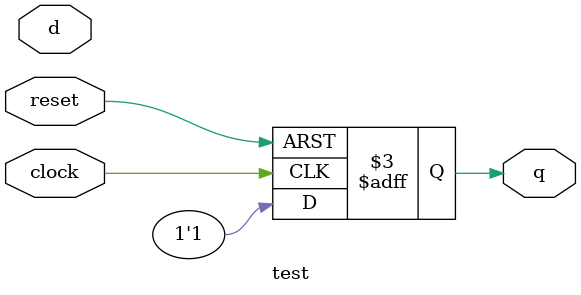
<source format=v>
module test (q, clock, reset, d);
  output q;
  input clock, reset, d;
  reg q;
  wire clock, reset, d;
  always @(posedge clock or negedge reset)
    if (reset === 0) //case equal "===" non-synthesizable, warning
      q = 0;
    else
      q = 1;
endmodule


</source>
